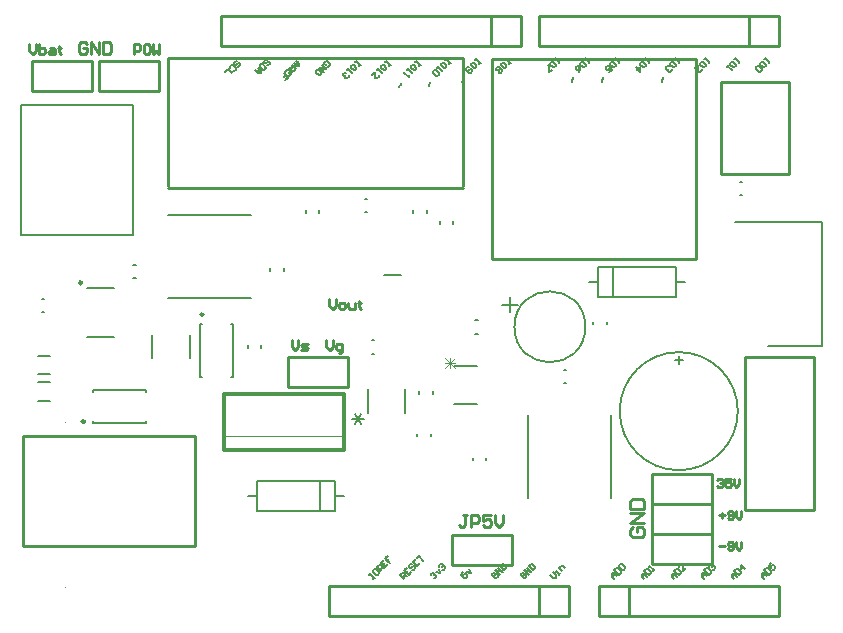
<source format=gbr>
%TF.GenerationSoftware,Altium Limited,Altium Designer,19.0.15 (446)*%
G04 Layer_Color=65535*
%FSLAX25Y25*%
%MOIN*%
%TF.FileFunction,Legend,Top*%
%TF.Part,Single*%
G01*
G75*
%TA.AperFunction,NonConductor*%
%ADD71C,0.00787*%
%ADD72C,0.00984*%
%ADD73C,0.00394*%
%ADD74C,0.01000*%
%ADD75C,0.00600*%
%ADD76C,0.01200*%
%ADD77C,0.00400*%
%ADD78C,0.00591*%
%ADD79C,0.00591*%
%ADD80C,0.00300*%
%ADD81C,0.00781*%
%ADD82C,0.00500*%
D71*
X190311Y101536D02*
G03*
X190311Y101536I-11811J0D01*
G01*
X241142Y73425D02*
G03*
X241142Y73425I-19685J0D01*
G01*
X192897Y102482D02*
Y103269D01*
X197425Y102482D02*
Y103269D01*
X8032Y85766D02*
X11969D01*
X8032Y91869D02*
X11969D01*
X8032Y76949D02*
X11969D01*
X8032Y83051D02*
X11969D01*
X171221Y44570D02*
Y72129D01*
X198779Y44570D02*
Y72129D01*
X138906Y64996D02*
Y65784D01*
X134378Y64996D02*
Y65784D01*
X119079Y97081D02*
X119866D01*
X119079Y92553D02*
X119866D01*
X240150Y136555D02*
X269300D01*
Y95059D02*
Y136555D01*
X251300Y95059D02*
X269300D01*
X183248Y82736D02*
X184035D01*
X183248Y87264D02*
X184035D01*
X107000Y45000D02*
X110000D01*
X78000D02*
X81000D01*
X102000Y40000D02*
Y50000D01*
X81000D02*
X107000D01*
Y40000D02*
Y50000D01*
X81000Y40000D02*
X107000D01*
X81000D02*
Y50000D01*
X45906Y91260D02*
Y98740D01*
X58504Y91260D02*
Y98740D01*
X24311Y98209D02*
X33366D01*
X24311Y114350D02*
X33366D01*
X39417Y132165D02*
Y145000D01*
X21654Y132165D02*
X39417D01*
X2303D02*
X21654D01*
X2303D02*
Y175472D01*
X39417D01*
Y145000D02*
Y175472D01*
X123161Y118642D02*
X128772D01*
X101665Y139606D02*
Y140394D01*
X97138Y139606D02*
Y140394D01*
X132996Y139606D02*
Y140394D01*
X137524Y139606D02*
Y140394D01*
X89764Y120217D02*
Y121004D01*
X85236Y120217D02*
Y121004D01*
X141736Y135965D02*
Y136752D01*
X146264Y135965D02*
Y136752D01*
X116862Y139744D02*
X117650D01*
X116862Y144272D02*
X117650D01*
X220500Y111331D02*
Y121331D01*
X194500D02*
X220500D01*
X194500Y111331D02*
Y121331D01*
Y111331D02*
X220500D01*
X199500D02*
Y121331D01*
X220500Y116331D02*
X223500D01*
X191500D02*
X194500D01*
X241732Y149902D02*
X242520D01*
X241732Y145374D02*
X242520D01*
X153606Y103823D02*
X154394D01*
X153606Y99295D02*
X154394D01*
X152736Y57106D02*
Y57894D01*
X157264Y57106D02*
Y57894D01*
X134870Y79295D02*
Y80083D01*
X139398Y79295D02*
Y80083D01*
X51181Y111221D02*
X78740D01*
X51181Y138779D02*
X78740D01*
X61988Y84827D02*
Y102543D01*
X73012Y84827D02*
Y102543D01*
X61988Y84827D02*
X62677D01*
X61988Y102543D02*
X62677D01*
X72323Y84827D02*
X73012D01*
X72323Y102543D02*
X73012D01*
X26142Y69488D02*
X43858D01*
X26142Y80512D02*
X43858D01*
Y69488D02*
Y70177D01*
X26142Y69488D02*
Y70177D01*
X43858Y79823D02*
Y80512D01*
X26142Y79823D02*
Y80512D01*
X9134Y110906D02*
X9921D01*
X9134Y106378D02*
X9921D01*
X39606Y122264D02*
X40394D01*
X39606Y117736D02*
X40394D01*
X82264Y94606D02*
Y95394D01*
X77736Y94606D02*
Y95394D01*
D72*
X22539Y116220D02*
G03*
X22539Y116220I-492J0D01*
G01*
X62992Y105685D02*
G03*
X62992Y105685I-492J0D01*
G01*
X23492Y70000D02*
G03*
X23492Y70000I-492J0D01*
G01*
D73*
X17193Y14795D02*
G03*
X17193Y14795I-197J0D01*
G01*
X17194Y69795D02*
G03*
X17194Y69795I-197J0D01*
G01*
D74*
X232396Y22500D02*
Y32500D01*
X212396Y22500D02*
X232396D01*
X212396D02*
Y32500D01*
X232396D01*
Y42500D01*
X212396Y32500D02*
X232396D01*
X212396D02*
Y42500D01*
X232396D01*
Y52500D01*
X212396Y42500D02*
Y52500D01*
X232396D01*
X165866Y22205D02*
Y32205D01*
X145866Y22205D02*
X165866D01*
X145866D02*
Y32205D01*
X165866D01*
X111146Y81563D02*
Y91563D01*
X91146Y81563D02*
X111146D01*
X91146D02*
Y91563D01*
X111146D01*
X25866Y180000D02*
Y190000D01*
X5866Y180000D02*
X25866D01*
X5866D02*
Y190000D01*
X25866D01*
X28366D02*
X48366D01*
X28366Y180000D02*
Y190000D01*
Y180000D02*
X48366D01*
Y190000D01*
X159258Y124232D02*
X227368D01*
X159258D02*
Y190768D01*
X227368Y124232D02*
Y190768D01*
X159258D02*
X227368D01*
X258268Y152500D02*
Y183000D01*
X235433Y152500D02*
X258268D01*
X235433Y152665D02*
Y183000D01*
X258268D01*
X51205Y148346D02*
Y191000D01*
Y147846D02*
X149630D01*
Y148346D02*
Y191000D01*
X51205D02*
X149630D01*
X243583Y91390D02*
X266417D01*
X243583Y40556D02*
Y91390D01*
Y40390D02*
X266417D01*
Y91390D01*
X2716Y28500D02*
X60197D01*
Y65000D01*
X2716D02*
X60197D01*
X2716Y28500D02*
Y65000D01*
X175000Y5000D02*
Y15000D01*
X105000D02*
X185000D01*
X105000Y5000D02*
Y15000D01*
Y5000D02*
X185000D01*
Y15000D01*
X245000Y195000D02*
Y205000D01*
X175000D02*
X255000D01*
X175000Y195000D02*
Y205000D01*
Y195000D02*
X255000D01*
Y205000D01*
X159000D02*
X169000D01*
X69000Y195000D02*
X159000D01*
X69000D02*
Y205000D01*
X159000D01*
Y195000D02*
Y205000D01*
Y195000D02*
X169000D01*
Y205000D01*
X195000Y5000D02*
Y10000D01*
Y5000D02*
X205000D01*
Y15000D01*
X255000D01*
Y5000D02*
Y15000D01*
X205000Y5000D02*
X255000D01*
X195000Y15000D02*
X205000D01*
X195000Y10000D02*
Y15000D01*
X206064Y34649D02*
X205277Y33861D01*
Y32287D01*
X206064Y31500D01*
X209213D01*
X210000Y32287D01*
Y33861D01*
X209213Y34649D01*
X207639D01*
Y33074D01*
X210000Y36223D02*
X205277D01*
X210000Y39371D01*
X205277D01*
Y40946D02*
X210000D01*
Y43307D01*
X209213Y44094D01*
X206064D01*
X205277Y43307D01*
Y40946D01*
X105000Y110649D02*
Y108549D01*
X106050Y107500D01*
X107099Y108549D01*
Y110649D01*
X108673Y107500D02*
X109723D01*
X110248Y108025D01*
Y109074D01*
X109723Y109599D01*
X108673D01*
X108149Y109074D01*
Y108025D01*
X108673Y107500D01*
X111297Y109599D02*
Y108025D01*
X111822Y107500D01*
X113396D01*
Y109599D01*
X114971Y110124D02*
Y109599D01*
X114446D01*
X115495D01*
X114971D01*
Y108025D01*
X115495Y107500D01*
X235000Y28582D02*
X236837D01*
X237755Y27664D02*
X238214Y27205D01*
X239132D01*
X239592Y27664D01*
Y29501D01*
X239132Y29960D01*
X238214D01*
X237755Y29501D01*
Y29041D01*
X238214Y28582D01*
X239592D01*
X240510Y29960D02*
Y28123D01*
X241428Y27205D01*
X242347Y28123D01*
Y29960D01*
X235000Y38690D02*
X236837D01*
X235918Y39608D02*
Y37772D01*
X237755D02*
X238214Y37312D01*
X239132D01*
X239592Y37772D01*
Y39608D01*
X239132Y40067D01*
X238214D01*
X237755Y39608D01*
Y39149D01*
X238214Y38690D01*
X239592D01*
X240510Y40067D02*
Y38231D01*
X241428Y37312D01*
X242347Y38231D01*
Y40067D01*
X234252Y50350D02*
X234711Y50809D01*
X235630D01*
X236089Y50350D01*
Y49891D01*
X235630Y49432D01*
X235170D01*
X235630D01*
X236089Y48973D01*
Y48514D01*
X235630Y48054D01*
X234711D01*
X234252Y48514D01*
X238844Y50809D02*
X237007D01*
Y49432D01*
X237925Y49891D01*
X238385D01*
X238844Y49432D01*
Y48514D01*
X238385Y48054D01*
X237466D01*
X237007Y48514D01*
X239762Y50809D02*
Y48973D01*
X240680Y48054D01*
X241599Y48973D01*
Y50809D01*
X150915Y38748D02*
X149603D01*
X150259D01*
Y35468D01*
X149603Y34812D01*
X148947D01*
X148291Y35468D01*
X152227Y34812D02*
Y38748D01*
X154195D01*
X154851Y38092D01*
Y36780D01*
X154195Y36124D01*
X152227D01*
X158787Y38748D02*
X156163D01*
Y36780D01*
X157475Y37436D01*
X158131D01*
X158787Y36780D01*
Y35468D01*
X158131Y34812D01*
X156819D01*
X156163Y35468D01*
X160099Y38748D02*
Y36124D01*
X161410Y34812D01*
X162722Y36124D01*
Y38748D01*
X92500Y97017D02*
Y94918D01*
X93550Y93868D01*
X94599Y94918D01*
Y97017D01*
X95649Y93868D02*
X97223D01*
X97748Y94393D01*
X97223Y94918D01*
X96173D01*
X95649Y95442D01*
X96173Y95967D01*
X97748D01*
X104000Y97017D02*
Y94918D01*
X105050Y93868D01*
X106099Y94918D01*
Y97017D01*
X108198Y92819D02*
X108723D01*
X109248Y93343D01*
Y95967D01*
X107673D01*
X107149Y95442D01*
Y94393D01*
X107673Y93868D01*
X109248D01*
X24277Y195780D02*
X23621Y196436D01*
X22309D01*
X21654Y195780D01*
Y193156D01*
X22309Y192500D01*
X23621D01*
X24277Y193156D01*
Y194468D01*
X22965D01*
X25589Y192500D02*
Y196436D01*
X28213Y192500D01*
Y196436D01*
X29525D02*
Y192500D01*
X31493D01*
X32149Y193156D01*
Y195780D01*
X31493Y196436D01*
X29525D01*
X5000Y195649D02*
Y193550D01*
X6050Y192500D01*
X7099Y193550D01*
Y195649D01*
X8149D02*
Y192500D01*
X9723D01*
X10248Y193025D01*
Y193550D01*
Y194074D01*
X9723Y194599D01*
X8149D01*
X11822D02*
X12871D01*
X13396Y194074D01*
Y192500D01*
X11822D01*
X11297Y193025D01*
X11822Y193550D01*
X13396D01*
X14970Y195124D02*
Y194599D01*
X14446D01*
X15495D01*
X14970D01*
Y193025D01*
X15495Y192500D01*
X39939D02*
Y195649D01*
X41513D01*
X42038Y195124D01*
Y194074D01*
X41513Y193550D01*
X39939D01*
X44662Y195649D02*
X43612D01*
X43088Y195124D01*
Y193025D01*
X43612Y192500D01*
X44662D01*
X45187Y193025D01*
Y195124D01*
X44662Y195649D01*
X46236D02*
Y192500D01*
X47286Y193550D01*
X48335Y192500D01*
Y195649D01*
D75*
X146412Y75914D02*
X154312D01*
X146412Y88314D02*
X154312D01*
X130200Y72826D02*
Y80826D01*
X117800Y72826D02*
Y80826D01*
D76*
X70000Y60524D02*
Y65024D01*
Y60524D02*
X110000D01*
Y65024D01*
X70000Y79024D02*
X110000D01*
Y65024D02*
Y79024D01*
X70000Y65024D02*
Y79024D01*
D77*
Y65024D02*
X110000D01*
D78*
X162500Y108972D02*
X167748D01*
X165124Y111595D02*
Y106348D01*
D79*
X221425Y91862D02*
Y89238D01*
X222737Y90550D02*
X220113D01*
D80*
X143612Y91254D02*
X146944Y87922D01*
X143612D02*
X146944Y91254D01*
X143612Y89588D02*
X146944D01*
X145278Y87922D02*
Y91254D01*
D81*
X112404Y70784D02*
X116621D01*
X113458Y69026D02*
X115567Y72541D01*
X113458D02*
X115567Y69026D01*
D82*
X74236Y188172D02*
X74707D01*
X75178Y188644D01*
X75178Y189115D01*
X74942Y189350D01*
X74471Y189350D01*
X74000Y188879D01*
X73529Y188879D01*
X73293Y189115D01*
X73293Y189586D01*
X73764Y190057D01*
X74236D01*
X72822Y186758D02*
X73293D01*
X73764Y187230D01*
X73764Y187701D01*
X72822Y188644D01*
X72351D01*
X71879Y188172D01*
Y187701D01*
X72586Y186052D02*
X71172Y187465D01*
X70230Y186523D01*
X84236Y188672D02*
X84707D01*
X85178Y189144D01*
X85178Y189615D01*
X84943Y189850D01*
X84471Y189850D01*
X84000Y189379D01*
X83529Y189379D01*
X83293Y189615D01*
X83293Y190086D01*
X83764Y190557D01*
X84236D01*
X84000Y187965D02*
X82586Y189379D01*
X81879Y188672D01*
Y188201D01*
X82822Y187259D01*
X83293D01*
X84000Y187965D01*
X81173D02*
X82115Y187023D01*
Y186080D01*
X81173D01*
X80230Y187023D01*
X80937Y186316D01*
X81879Y187259D01*
X118232Y18914D02*
X118703Y19385D01*
X118468Y19149D01*
X119881Y17736D01*
X119646Y17500D01*
X120117Y17971D01*
X120117Y20799D02*
X119646Y20327D01*
X119646Y19856D01*
X120588Y18914D01*
X121059D01*
X121531Y19385D01*
Y19856D01*
X120588Y20799D01*
X120117D01*
X122238Y20092D02*
X120824Y21506D01*
X121531Y22212D01*
X122002D01*
X122473Y21741D01*
Y21270D01*
X121766Y20563D01*
X122238Y21034D02*
X123180D01*
Y23862D02*
X122238Y22919D01*
X123651Y21506D01*
X124594Y22448D01*
X122944Y22212D02*
X123416Y22684D01*
X124594Y25276D02*
X123651Y24333D01*
X124358Y23626D01*
X124829Y24098D01*
X124358Y23626D01*
X125065Y22919D01*
X130000Y17500D02*
X128586Y18914D01*
X129293Y19621D01*
X129764D01*
X130236Y19149D01*
X130236Y18678D01*
X129529Y17971D01*
X130000Y18442D02*
X130942D01*
Y21270D02*
X130000Y20327D01*
X131414Y18914D01*
X132356Y19856D01*
X130707Y19621D02*
X131178Y20092D01*
X132592Y22448D02*
X132121D01*
X131649Y21977D01*
Y21506D01*
X131885Y21270D01*
X132356Y21270D01*
X132827Y21741D01*
X133299Y21741D01*
X133534Y21506D01*
X133534Y21034D01*
X133063Y20563D01*
X132592D01*
X133770Y24098D02*
X132827Y23155D01*
X134241Y21741D01*
X135184Y22684D01*
X133534Y22448D02*
X134006Y22919D01*
X134241Y24569D02*
X135184Y25511D01*
X134713Y25040D01*
X136126Y23626D01*
X138822Y18678D02*
X138822Y19149D01*
X139293Y19621D01*
X139764D01*
X140000Y19385D01*
Y18914D01*
X139764Y18678D01*
X140000Y18914D01*
X140471Y18914D01*
X140707Y18678D01*
X140707Y18207D01*
X140236Y17736D01*
X139764D01*
X140471Y19856D02*
X141885Y19385D01*
X141414Y20799D01*
X141649Y21506D02*
Y21977D01*
X142121Y22448D01*
X142592D01*
X142827Y22212D01*
Y21741D01*
X142592Y21506D01*
X142827Y21741D01*
X143299Y21741D01*
X143534Y21506D01*
X143534Y21034D01*
X143063Y20563D01*
X142592D01*
X149690Y19856D02*
X148748Y18914D01*
X149454Y18207D01*
X149690Y18914D01*
X149926Y19149D01*
X150397D01*
X150868Y18678D01*
X150868Y18207D01*
X150397Y17736D01*
X149926D01*
X150633Y19856D02*
X152046Y19385D01*
X151575Y20799D01*
X160123Y19621D02*
X159651D01*
X159180Y19149D01*
X159180Y18678D01*
X160123Y17736D01*
X160594D01*
X161065Y18207D01*
X161065Y18678D01*
X160594Y19149D01*
X160123Y18678D01*
X161772Y18914D02*
X160358Y20327D01*
X162715Y19856D01*
X161301Y21270D01*
X161772Y21741D02*
X163186Y20327D01*
X163893Y21034D01*
X163893Y21506D01*
X162950Y22448D01*
X162479D01*
X161772Y21741D01*
X169764Y19621D02*
X169293D01*
X168822Y19149D01*
X168822Y18678D01*
X169764Y17736D01*
X170236D01*
X170707Y18207D01*
X170707Y18678D01*
X170236Y19149D01*
X169764Y18678D01*
X171414Y18914D02*
X170000Y20327D01*
X172356Y19856D01*
X170942Y21270D01*
X171414Y21741D02*
X172827Y20327D01*
X173534Y21034D01*
X173534Y21506D01*
X172592Y22448D01*
X172121D01*
X171414Y21741D01*
X178586Y18914D02*
X179529Y17971D01*
X180471D01*
Y18914D01*
X179529Y19856D01*
X181414Y18914D02*
X181885Y19385D01*
X181649Y19149D01*
X180707Y20092D01*
X180471Y19856D01*
X182592Y20092D02*
X181649Y21034D01*
X182356Y21741D01*
X182827D01*
X183534Y21034D01*
X200000Y17500D02*
X199057Y18442D01*
Y19385D01*
X200000D01*
X200942Y18442D01*
X200236Y19149D01*
X199293Y18207D01*
X200000Y20327D02*
X201414Y18914D01*
X202121Y19621D01*
Y20092D01*
X201178Y21034D01*
X200707D01*
X200000Y20327D01*
X201649Y21506D02*
Y21977D01*
X202121Y22448D01*
X202592D01*
X203534Y21506D01*
X203534Y21034D01*
X203063Y20563D01*
X202592D01*
X201649Y21506D01*
X210000Y17354D02*
X209057Y18297D01*
Y19239D01*
X210000D01*
X210943Y18297D01*
X210236Y19004D01*
X209293Y18061D01*
X210000Y20182D02*
X211414Y18768D01*
X212121Y19475D01*
Y19946D01*
X211178Y20889D01*
X210707D01*
X210000Y20182D01*
X212827D02*
X213299Y20653D01*
X213063Y20417D01*
X211649Y21831D01*
Y21360D01*
X220000Y17354D02*
X219057Y18297D01*
Y19239D01*
X220000D01*
X220942Y18297D01*
X220236Y19004D01*
X219293Y18061D01*
X220000Y20182D02*
X221414Y18768D01*
X222121Y19475D01*
Y19946D01*
X221178Y20889D01*
X220707D01*
X220000Y20182D01*
X223770Y21124D02*
X222828Y20182D01*
Y22067D01*
X222592Y22302D01*
X222121D01*
X221649Y21831D01*
Y21360D01*
X230000Y17500D02*
X229058Y18442D01*
Y19385D01*
X230000D01*
X230943Y18442D01*
X230236Y19149D01*
X229293Y18207D01*
X230000Y20327D02*
X231414Y18914D01*
X232121Y19621D01*
Y20092D01*
X231178Y21034D01*
X230707D01*
X230000Y20327D01*
X231649Y21506D02*
Y21977D01*
X232121Y22448D01*
X232592D01*
X232827Y22212D01*
Y21741D01*
X232592Y21506D01*
X232827Y21741D01*
X233299Y21741D01*
X233534Y21506D01*
X233534Y21034D01*
X233063Y20563D01*
X232592D01*
X240000Y17354D02*
X239057Y18297D01*
Y19239D01*
X240000D01*
X240943Y18297D01*
X240236Y19004D01*
X239293Y18061D01*
X240000Y20182D02*
X241414Y18768D01*
X242121Y19475D01*
Y19946D01*
X241178Y20889D01*
X240707D01*
X240000Y20182D01*
X243534Y20889D02*
X242121Y22302D01*
Y20889D01*
X243063Y21831D01*
X250000Y17500D02*
X249058Y18442D01*
Y19385D01*
X250000D01*
X250942Y18442D01*
X250236Y19149D01*
X249293Y18207D01*
X250000Y20327D02*
X251414Y18914D01*
X252121Y19621D01*
Y20092D01*
X251178Y21034D01*
X250707D01*
X250000Y20327D01*
X252356Y22684D02*
X251414Y21741D01*
X252121Y21034D01*
X252356Y21741D01*
X252592Y21977D01*
X253063D01*
X253534Y21506D01*
X253534Y21034D01*
X253063Y20563D01*
X252592D01*
X251914Y189879D02*
X251443Y189408D01*
X251678Y189644D01*
X250264Y191057D01*
X250500Y191293D01*
X250029Y190822D01*
X250029Y187994D02*
X250500Y188465D01*
X250500Y188937D01*
X249557Y189879D01*
X249086D01*
X248615Y189408D01*
Y188937D01*
X249557Y187994D01*
X250029D01*
X249086Y187523D02*
X249086Y187052D01*
X248615Y186580D01*
X248144D01*
X247201Y187523D01*
X247201Y187994D01*
X247673Y188465D01*
X248144D01*
X249086Y187523D01*
X241914Y189879D02*
X241442Y189408D01*
X241678Y189644D01*
X240264Y191057D01*
X240500Y191293D01*
X240029Y190822D01*
X240029Y187994D02*
X240500Y188465D01*
X240500Y188937D01*
X239558Y189879D01*
X239086D01*
X238615Y189408D01*
Y188937D01*
X239558Y187994D01*
X240029D01*
X237908Y188701D02*
X237437Y188230D01*
X237672Y188465D01*
X239086Y187052D01*
X239086Y187523D01*
X231914Y189879D02*
X231442Y189408D01*
X231678Y189644D01*
X230264Y191057D01*
X230500Y191293D01*
X230029Y190822D01*
X230029Y187994D02*
X230500Y188465D01*
X230500Y188937D01*
X229557Y189879D01*
X229086D01*
X228615Y189408D01*
Y188937D01*
X229557Y187994D01*
X230029D01*
X226966Y187759D02*
X227908Y188701D01*
Y186816D01*
X228144Y186580D01*
X228615D01*
X229086Y187052D01*
X229086Y187523D01*
X221914Y189879D02*
X221443Y189408D01*
X221678Y189644D01*
X220264Y191057D01*
X220500Y191293D01*
X220029Y190822D01*
X220029Y187994D02*
X220500Y188465D01*
X220500Y188937D01*
X219557Y189879D01*
X219086D01*
X218615Y189408D01*
Y188937D01*
X219557Y187994D01*
X220029D01*
X219086Y187523D02*
X219086Y187052D01*
X218615Y186580D01*
X218144D01*
X217908Y186816D01*
Y187287D01*
X218144Y187523D01*
X217908Y187287D01*
X217437Y187287D01*
X217201Y187523D01*
X217201Y187994D01*
X217672Y188465D01*
X218144D01*
X216259Y184695D02*
X216259Y184224D01*
X215788Y183753D01*
X215788Y183282D01*
X211914Y189879D02*
X211442Y189408D01*
X211678Y189644D01*
X210264Y191057D01*
X210500Y191293D01*
X210029Y190822D01*
X210029Y187994D02*
X210500Y188465D01*
X210500Y188937D01*
X209558Y189879D01*
X209086D01*
X208615Y189408D01*
Y188937D01*
X209558Y187994D01*
X210029D01*
X207201D02*
X208615Y186580D01*
Y187994D01*
X207673Y187052D01*
X201914Y189879D02*
X201443Y189408D01*
X201678Y189644D01*
X200264Y191057D01*
X200500Y191293D01*
X200029Y190822D01*
X200029Y187994D02*
X200500Y188465D01*
X200500Y188937D01*
X199557Y189879D01*
X199086D01*
X198615Y189408D01*
Y188937D01*
X199557Y187994D01*
X200029D01*
X198379Y186345D02*
X199322Y187287D01*
X198615Y187994D01*
X198379Y187287D01*
X198144Y187052D01*
X197672D01*
X197201Y187523D01*
X197201Y187994D01*
X197672Y188465D01*
X198144D01*
X196259Y184695D02*
X196259Y184224D01*
X195788Y183753D01*
X195788Y183282D01*
X191914Y189879D02*
X191443Y189408D01*
X191678Y189644D01*
X190264Y191057D01*
X190500Y191293D01*
X190029Y190822D01*
X190029Y187994D02*
X190500Y188465D01*
X190500Y188937D01*
X189558Y189879D01*
X189086D01*
X188615Y189408D01*
Y188937D01*
X189558Y187994D01*
X190029D01*
X188379Y186345D02*
X188615Y187052D01*
Y187994D01*
X188144Y188465D01*
X187672D01*
X187201Y187994D01*
X187201Y187523D01*
X187437Y187287D01*
X187908Y187287D01*
X188615Y187994D01*
X186259Y184695D02*
X186259Y184224D01*
X185787Y183753D01*
X185787Y183282D01*
X181914Y189879D02*
X181442Y189408D01*
X181678Y189644D01*
X180264Y191057D01*
X180500Y191293D01*
X180029Y190822D01*
X180029Y187994D02*
X180500Y188465D01*
X180500Y188937D01*
X179558Y189879D01*
X179086D01*
X178615Y189408D01*
Y188937D01*
X179558Y187994D01*
X180029D01*
X179322Y187287D02*
X178379Y186345D01*
X178144Y186580D01*
Y188465D01*
X177908Y188701D01*
X165414Y189586D02*
X164943Y189115D01*
X165178Y189351D01*
X163764Y190764D01*
X164000Y191000D01*
X163529Y190529D01*
X163529Y187701D02*
X164000Y188172D01*
X164000Y188644D01*
X163057Y189586D01*
X162586D01*
X162115Y189115D01*
Y188644D01*
X163057Y187701D01*
X163529D01*
X162586Y187230D02*
X162586Y186759D01*
X162115Y186287D01*
X161644D01*
X161408Y186523D01*
Y186994D01*
X160937Y186994D01*
X160701Y187230D01*
X160701Y187701D01*
X161172Y188172D01*
X161644D01*
X161879Y187937D01*
Y187466D01*
X162351Y187466D01*
X162586Y187230D01*
X161879Y187466D02*
X161408Y186994D01*
X155414Y189586D02*
X154943Y189115D01*
X155178Y189351D01*
X153764Y190764D01*
X154000Y191000D01*
X153529Y190529D01*
X153529Y187701D02*
X154000Y188172D01*
X154000Y188644D01*
X153058Y189586D01*
X152586D01*
X152115Y189115D01*
Y188644D01*
X153058Y187701D01*
X153529D01*
X151644Y188172D02*
X151172D01*
X150701Y187701D01*
X150701Y187230D01*
X151644Y186287D01*
X152115D01*
X152586Y186759D01*
X152586Y187230D01*
X152351Y187466D01*
X151879Y187466D01*
X151172Y186759D01*
X149759Y184403D02*
X149759Y183931D01*
X149287Y183460D01*
X149287Y182989D01*
X145414Y189586D02*
X144942Y189115D01*
X145178Y189351D01*
X143764Y190764D01*
X144000Y191000D01*
X143529Y190529D01*
X143529Y187701D02*
X144000Y188172D01*
X144000Y188644D01*
X143058Y189586D01*
X142586D01*
X142115Y189115D01*
Y188644D01*
X143058Y187701D01*
X143529D01*
X141408Y188408D02*
X140937Y187937D01*
X141173Y188172D01*
X142586Y186759D01*
X142586Y187230D01*
X141408Y186052D02*
Y185581D01*
X140937Y185109D01*
X140466D01*
X139523Y186052D01*
X139523Y186523D01*
X139994Y186994D01*
X140466D01*
X141408Y186052D01*
X138581Y183224D02*
X138581Y182753D01*
X138109Y182282D01*
X138109Y181811D01*
X135414Y188879D02*
X134942Y188408D01*
X135178Y188644D01*
X133764Y190057D01*
X134000Y190293D01*
X133529Y189822D01*
X133529Y186994D02*
X134000Y187465D01*
X134000Y187937D01*
X133057Y188879D01*
X132586D01*
X132115Y188408D01*
Y187937D01*
X133057Y186994D01*
X133529D01*
X131408Y187701D02*
X130937Y187230D01*
X131173Y187465D01*
X132586Y186052D01*
X132586Y186523D01*
X130230D02*
X129759Y186052D01*
X129994Y186287D01*
X131408Y184873D01*
Y185345D01*
X128816Y182753D02*
X128816Y182282D01*
X128345Y181810D01*
X128345Y181339D01*
X125414Y188879D02*
X124943Y188408D01*
X125178Y188644D01*
X123764Y190057D01*
X124000Y190293D01*
X123529Y189822D01*
X123529Y186994D02*
X124000Y187465D01*
X124000Y187937D01*
X123057Y188879D01*
X122586D01*
X122115Y188408D01*
Y187937D01*
X123057Y186994D01*
X123529D01*
X121408Y187701D02*
X120937Y187230D01*
X121172Y187465D01*
X122586Y186052D01*
X122586Y186523D01*
X119288Y185580D02*
X120230Y186523D01*
Y184638D01*
X120466Y184402D01*
X120937D01*
X121408Y184873D01*
Y185345D01*
X115414Y188879D02*
X114943Y188408D01*
X115178Y188644D01*
X113764Y190057D01*
X114000Y190293D01*
X113529Y189822D01*
X113529Y186994D02*
X114000Y187465D01*
X114000Y187937D01*
X113057Y188879D01*
X112586D01*
X112115Y188408D01*
Y187937D01*
X113057Y186994D01*
X113529D01*
X111408Y187701D02*
X110937Y187230D01*
X111172Y187465D01*
X112586Y186052D01*
X112586Y186523D01*
X111408Y185345D02*
Y184873D01*
X110937Y184402D01*
X110466D01*
X110230Y184638D01*
Y185109D01*
X110466Y185345D01*
X110230Y185109D01*
X109759Y185109D01*
X109523Y185345D01*
X109523Y185816D01*
X109994Y186287D01*
X110466D01*
X104236Y188172D02*
X104707D01*
X105178Y188644D01*
X105178Y189115D01*
X104236Y190057D01*
X103764D01*
X103293Y189586D01*
X103293Y189115D01*
X103764Y188644D01*
X104236Y189115D01*
X102586Y188879D02*
X104000Y187465D01*
X101644Y187937D01*
X103058Y186523D01*
X102586Y186052D02*
X101172Y187465D01*
X100466Y186758D01*
X100466Y186287D01*
X101408Y185345D01*
X101879D01*
X102586Y186052D01*
X94000Y190293D02*
X94942Y189350D01*
Y188408D01*
X94000D01*
X93058Y189350D01*
X93764Y188644D01*
X94707Y189586D01*
X92586Y188879D02*
X94000Y187465D01*
X93293Y186758D01*
X92822D01*
X92351Y187230D01*
Y187701D01*
X93058Y188408D01*
X92586Y187937D02*
X91644D01*
Y185109D02*
X92586Y186052D01*
X91172Y187465D01*
X90230Y186523D01*
X91879Y186758D02*
X91408Y186287D01*
X90230Y183695D02*
X91172Y184638D01*
X90466Y185345D01*
X89994Y184873D01*
X90466Y185345D01*
X89759Y186052D01*
%TF.MD5,0a720415cde2d4cb132549f987470110*%
M02*

</source>
